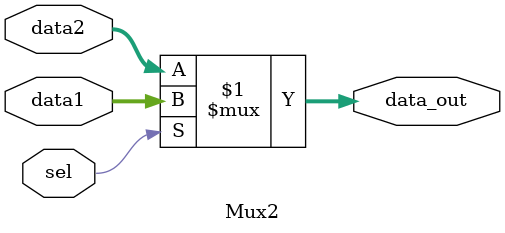
<source format=v>
module Mux2(
    input [31:0] data1,
    input [31:0] data2,
    input sel,
    output [31:0] data_out
);

    assign data_out = (sel) ? data1 : data2;
endmodule
</source>
